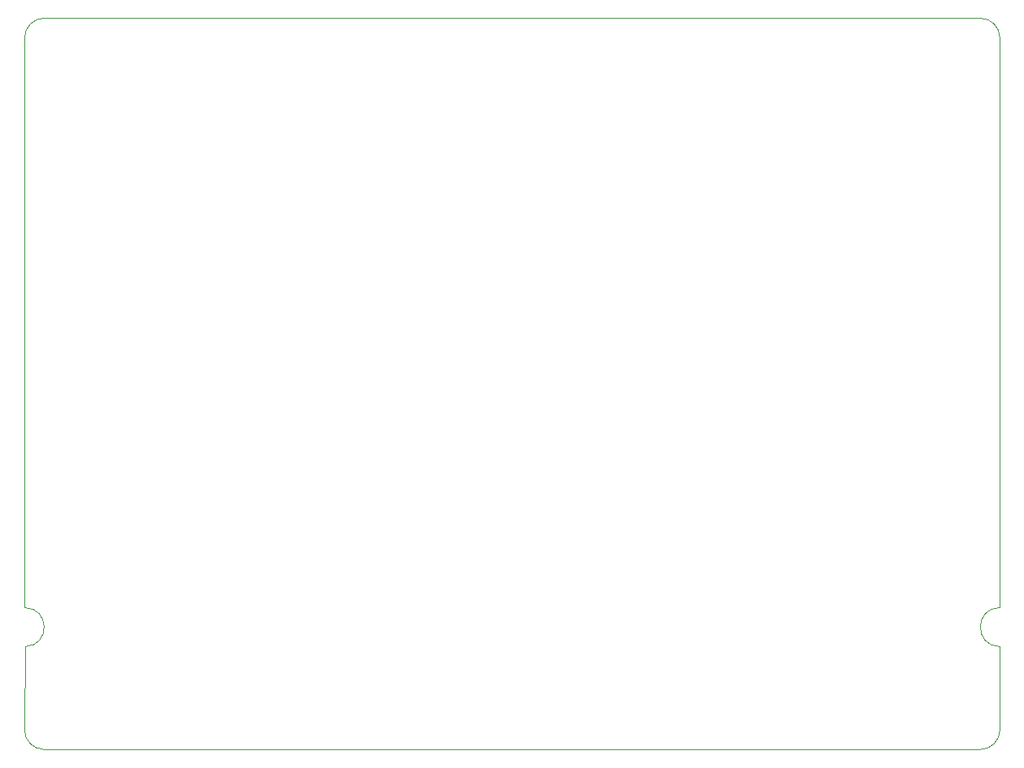
<source format=gbr>
%TF.GenerationSoftware,KiCad,Pcbnew,(5.1.10)-1*%
%TF.CreationDate,2022-02-22T15:52:28-06:00*%
%TF.ProjectId,Driveboard_2022,44726976-6562-46f6-9172-645f32303232,rev?*%
%TF.SameCoordinates,Original*%
%TF.FileFunction,Profile,NP*%
%FSLAX46Y46*%
G04 Gerber Fmt 4.6, Leading zero omitted, Abs format (unit mm)*
G04 Created by KiCad (PCBNEW (5.1.10)-1) date 2022-02-22 15:52:28*
%MOMM*%
%LPD*%
G01*
G04 APERTURE LIST*
%TA.AperFunction,Profile*%
%ADD10C,0.050000*%
%TD*%
G04 APERTURE END LIST*
D10*
X125539500Y-21526500D02*
G75*
G02*
X127571500Y-23558500I0J-2032000D01*
G01*
X28003500Y-21526500D02*
X125539500Y-21526500D01*
X25971500Y-23558500D02*
G75*
G02*
X28003500Y-21526500I2032000J0D01*
G01*
X25971501Y-82993509D02*
X25971500Y-23558500D01*
X25971501Y-82993509D02*
G75*
G02*
X26034999Y-87058499I-1J-2032991D01*
G01*
X25971500Y-95758000D02*
X26035000Y-87058500D01*
X28003500Y-97790000D02*
G75*
G02*
X25971500Y-95758000I0J2032000D01*
G01*
X125539500Y-97790000D02*
X28003500Y-97790000D01*
X127571500Y-95758000D02*
G75*
G02*
X125539500Y-97790000I-2032000J0D01*
G01*
X127571500Y-87058500D02*
X127571500Y-95758000D01*
X127571500Y-87058500D02*
G75*
G02*
X127571500Y-82994500I0J2032000D01*
G01*
X127571500Y-82994500D02*
X127571500Y-23558500D01*
M02*

</source>
